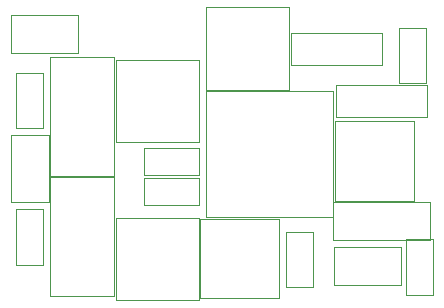
<source format=gbr>
G04 #@! TF.FileFunction,Other,User*
%FSLAX46Y46*%
G04 Gerber Fmt 4.6, Leading zero omitted, Abs format (unit mm)*
G04 Created by KiCad (PCBNEW 4.0.7) date 11/30/17 11:02:21*
%MOMM*%
%LPD*%
G01*
G04 APERTURE LIST*
%ADD10C,0.100000*%
%ADD11C,0.050000*%
G04 APERTURE END LIST*
D10*
D11*
X140495000Y-81935000D02*
X135095000Y-81935000D01*
X135095000Y-81935000D02*
X135095000Y-92035000D01*
X135095000Y-92035000D02*
X140495000Y-92035000D01*
X140495000Y-92035000D02*
X140495000Y-81935000D01*
X155495000Y-79930000D02*
X155495000Y-82630000D01*
X155495000Y-82630000D02*
X163195000Y-82630000D01*
X163195000Y-82630000D02*
X163195000Y-79930000D01*
X163195000Y-79930000D02*
X155495000Y-79930000D01*
X159305000Y-84375000D02*
X159305000Y-87075000D01*
X159305000Y-87075000D02*
X167005000Y-87075000D01*
X167005000Y-87075000D02*
X167005000Y-84375000D01*
X167005000Y-84375000D02*
X159305000Y-84375000D01*
X142995000Y-92195000D02*
X142995000Y-94495000D01*
X142995000Y-94495000D02*
X147695000Y-94495000D01*
X147695000Y-94495000D02*
X147695000Y-92195000D01*
X147695000Y-92195000D02*
X142995000Y-92195000D01*
X142995000Y-89655000D02*
X142995000Y-91955000D01*
X142995000Y-91955000D02*
X147695000Y-91955000D01*
X147695000Y-91955000D02*
X147695000Y-89655000D01*
X147695000Y-89655000D02*
X142995000Y-89655000D01*
X155060000Y-101480000D02*
X157360000Y-101480000D01*
X157360000Y-101480000D02*
X157360000Y-96780000D01*
X157360000Y-96780000D02*
X155060000Y-96780000D01*
X155060000Y-96780000D02*
X155060000Y-101480000D01*
X166885000Y-79495000D02*
X164585000Y-79495000D01*
X164585000Y-79495000D02*
X164585000Y-84195000D01*
X164585000Y-84195000D02*
X166885000Y-84195000D01*
X166885000Y-84195000D02*
X166885000Y-79495000D01*
X165220000Y-102115000D02*
X167520000Y-102115000D01*
X167520000Y-102115000D02*
X167520000Y-97415000D01*
X167520000Y-97415000D02*
X165220000Y-97415000D01*
X165220000Y-97415000D02*
X165220000Y-102115000D01*
X148260000Y-95480000D02*
X159060000Y-95480000D01*
X159060000Y-95480000D02*
X159060000Y-84880000D01*
X159060000Y-84880000D02*
X148260000Y-84880000D01*
X148260000Y-84880000D02*
X148260000Y-95480000D01*
X135095000Y-102215000D02*
X140495000Y-102215000D01*
X140495000Y-102215000D02*
X140495000Y-92115000D01*
X140495000Y-92115000D02*
X135095000Y-92115000D01*
X135095000Y-92115000D02*
X135095000Y-102215000D01*
X132200000Y-99575000D02*
X134500000Y-99575000D01*
X134500000Y-99575000D02*
X134500000Y-94875000D01*
X134500000Y-94875000D02*
X132200000Y-94875000D01*
X132200000Y-94875000D02*
X132200000Y-99575000D01*
X134500000Y-83305000D02*
X132200000Y-83305000D01*
X132200000Y-83305000D02*
X132200000Y-88005000D01*
X132200000Y-88005000D02*
X134500000Y-88005000D01*
X134500000Y-88005000D02*
X134500000Y-83305000D01*
X140645000Y-102580000D02*
X147645000Y-102580000D01*
X147645000Y-102580000D02*
X147645000Y-95580000D01*
X147645000Y-95580000D02*
X140645000Y-95580000D01*
X140645000Y-95580000D02*
X140645000Y-102580000D01*
X147645000Y-82205000D02*
X140645000Y-82205000D01*
X140645000Y-82205000D02*
X140645000Y-89205000D01*
X140645000Y-89205000D02*
X147645000Y-89205000D01*
X147645000Y-89205000D02*
X147645000Y-82205000D01*
X155285000Y-84780000D02*
X155285000Y-77780000D01*
X155285000Y-77780000D02*
X148285000Y-77780000D01*
X148285000Y-77780000D02*
X148285000Y-84780000D01*
X148285000Y-84780000D02*
X155285000Y-84780000D01*
X154480000Y-95690000D02*
X147780000Y-95690000D01*
X147780000Y-95690000D02*
X147780000Y-102390000D01*
X147780000Y-102390000D02*
X154480000Y-102390000D01*
X154480000Y-102390000D02*
X154480000Y-95690000D01*
X165910000Y-87435000D02*
X159210000Y-87435000D01*
X159210000Y-87435000D02*
X159210000Y-94135000D01*
X159210000Y-94135000D02*
X165910000Y-94135000D01*
X165910000Y-94135000D02*
X165910000Y-87435000D01*
X131750000Y-81610000D02*
X137450000Y-81610000D01*
X137450000Y-81610000D02*
X137450000Y-78410000D01*
X137450000Y-78410000D02*
X131750000Y-78410000D01*
X131750000Y-78410000D02*
X131750000Y-81610000D01*
X131750000Y-88570000D02*
X131750000Y-94270000D01*
X131750000Y-94270000D02*
X134950000Y-94270000D01*
X134950000Y-94270000D02*
X134950000Y-88570000D01*
X134950000Y-88570000D02*
X131750000Y-88570000D01*
X164795000Y-98095000D02*
X159095000Y-98095000D01*
X159095000Y-98095000D02*
X159095000Y-101295000D01*
X159095000Y-101295000D02*
X164795000Y-101295000D01*
X164795000Y-101295000D02*
X164795000Y-98095000D01*
X159055000Y-97485000D02*
X167255000Y-97485000D01*
X167255000Y-97485000D02*
X167255000Y-94285000D01*
X167255000Y-94285000D02*
X159055000Y-94285000D01*
X159055000Y-94285000D02*
X159055000Y-97485000D01*
M02*

</source>
